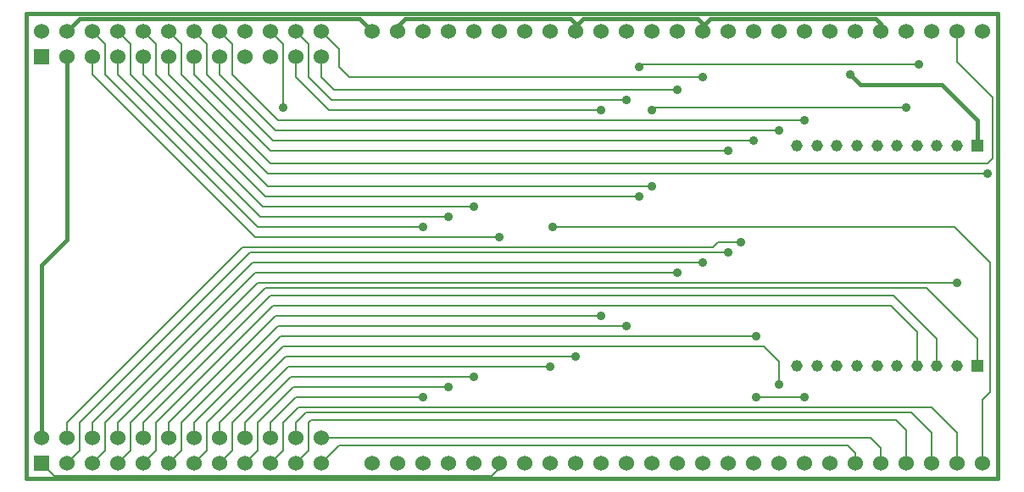
<source format=gtl>
G04 (created by PCBNEW-RS274X (2012-apr-16-27)-stable) date Sun 17 Nov 2013 10:41:53 AM EET*
G01*
G70*
G90*
%MOIN*%
G04 Gerber Fmt 3.4, Leading zero omitted, Abs format*
%FSLAX34Y34*%
G04 APERTURE LIST*
%ADD10C,0.006000*%
%ADD11C,0.015000*%
%ADD12R,0.060000X0.060000*%
%ADD13C,0.060000*%
%ADD14C,0.045300*%
%ADD15R,0.045300X0.045300*%
%ADD16C,0.035000*%
%ADD17C,0.008000*%
%ADD18C,0.016000*%
G04 APERTURE END LIST*
G54D10*
G54D11*
X13400Y-30100D02*
X51600Y-30100D01*
X51600Y-11800D02*
X13400Y-11800D01*
X51600Y-30100D02*
X51600Y-11800D01*
X13400Y-11800D02*
X13400Y-30100D01*
G54D12*
X14000Y-29500D03*
G54D13*
X14000Y-28500D03*
X15000Y-29500D03*
X15000Y-28500D03*
X16000Y-29500D03*
X16000Y-28500D03*
X17000Y-29500D03*
X17000Y-28500D03*
X18000Y-29500D03*
X18000Y-28500D03*
X19000Y-29500D03*
X19000Y-28500D03*
X20000Y-29500D03*
X20000Y-28500D03*
X21000Y-29500D03*
X21000Y-28500D03*
X22000Y-29500D03*
X22000Y-28500D03*
X23000Y-29500D03*
X23000Y-28500D03*
X24000Y-29500D03*
X24000Y-28500D03*
X25000Y-29500D03*
X25000Y-28500D03*
G54D12*
X14000Y-13500D03*
G54D13*
X14000Y-12500D03*
X15000Y-13500D03*
X15000Y-12500D03*
X16000Y-13500D03*
X16000Y-12500D03*
X17000Y-13500D03*
X17000Y-12500D03*
X18000Y-13500D03*
X18000Y-12500D03*
X19000Y-13500D03*
X19000Y-12500D03*
X20000Y-13500D03*
X20000Y-12500D03*
X21000Y-13500D03*
X21000Y-12500D03*
X22000Y-13500D03*
X22000Y-12500D03*
X23000Y-13500D03*
X23000Y-12500D03*
X24000Y-13500D03*
X24000Y-12500D03*
X25000Y-13500D03*
X25000Y-12500D03*
X27000Y-12500D03*
X28000Y-12500D03*
X29000Y-12500D03*
X30000Y-12500D03*
X31000Y-12500D03*
X32000Y-12500D03*
X33000Y-12500D03*
X34000Y-12500D03*
X35000Y-12500D03*
X36000Y-12500D03*
X37000Y-12500D03*
X38000Y-12500D03*
X39000Y-12500D03*
X40000Y-12500D03*
X41000Y-12500D03*
X42000Y-12500D03*
X43000Y-12500D03*
X44000Y-12500D03*
X45000Y-12500D03*
X46000Y-12500D03*
X47000Y-12500D03*
X48000Y-12500D03*
X49000Y-12500D03*
X50000Y-12500D03*
X51000Y-12500D03*
X27000Y-29500D03*
X28000Y-29500D03*
X29000Y-29500D03*
X30000Y-29500D03*
X31000Y-29500D03*
X32000Y-29500D03*
X33000Y-29500D03*
X34000Y-29500D03*
X35000Y-29500D03*
X36000Y-29500D03*
X37000Y-29500D03*
X38000Y-29500D03*
X39000Y-29500D03*
X40000Y-29500D03*
X41000Y-29500D03*
X42000Y-29500D03*
X43000Y-29500D03*
X44000Y-29500D03*
X45000Y-29500D03*
X46000Y-29500D03*
X47000Y-29500D03*
X48000Y-29500D03*
X49000Y-29500D03*
X50000Y-29500D03*
X51000Y-29500D03*
G54D14*
X43701Y-17008D03*
X46850Y-17008D03*
X46063Y-17008D03*
X45275Y-17008D03*
X44488Y-17008D03*
X47638Y-17008D03*
X48425Y-17008D03*
X49213Y-17008D03*
G54D15*
X50787Y-17008D03*
G54D14*
X50000Y-17008D03*
X43701Y-25669D03*
X46850Y-25669D03*
X46063Y-25669D03*
X45275Y-25669D03*
X44488Y-25669D03*
X47638Y-25669D03*
X48425Y-25669D03*
X49213Y-25669D03*
G54D15*
X50787Y-25669D03*
G54D14*
X50000Y-25669D03*
G54D16*
X32000Y-20600D03*
X35000Y-25300D03*
X36000Y-15600D03*
X37000Y-15200D03*
X48500Y-13800D03*
X37500Y-13900D03*
X37500Y-19000D03*
X34000Y-25700D03*
X37000Y-24100D03*
X36000Y-23700D03*
X41000Y-17200D03*
X42000Y-16800D03*
X42000Y-12500D03*
X43000Y-16400D03*
X44000Y-16000D03*
X39000Y-22000D03*
X40000Y-21600D03*
X41000Y-21200D03*
X41500Y-20800D03*
X43000Y-26400D03*
X42100Y-24500D03*
X42100Y-26900D03*
X44000Y-26900D03*
X39000Y-14800D03*
X40000Y-14300D03*
X30000Y-26500D03*
X31000Y-26100D03*
X29000Y-26900D03*
X50000Y-22400D03*
X51200Y-18100D03*
X30000Y-19800D03*
X31000Y-19400D03*
X38000Y-18600D03*
X38000Y-15600D03*
X48000Y-15500D03*
X29000Y-20200D03*
X34100Y-20200D03*
X23500Y-15500D03*
X45800Y-14200D03*
G54D17*
X49000Y-27300D02*
X50000Y-28300D01*
X24100Y-27300D02*
X49000Y-27300D01*
X23500Y-27900D02*
X24100Y-27300D01*
X23500Y-29000D02*
X23500Y-27900D01*
X23000Y-29500D02*
X23500Y-29000D01*
X50000Y-28300D02*
X50000Y-29500D01*
X16000Y-13500D02*
X16000Y-14200D01*
X22400Y-20600D02*
X32000Y-20600D01*
X16000Y-14200D02*
X22400Y-20600D01*
X21000Y-28500D02*
X21000Y-27900D01*
X23600Y-25300D02*
X35000Y-25300D01*
X21000Y-27900D02*
X23600Y-25300D01*
X24000Y-13500D02*
X24000Y-14300D01*
X25300Y-15600D02*
X36000Y-15600D01*
X24000Y-14300D02*
X25300Y-15600D01*
X24500Y-13000D02*
X24500Y-14300D01*
X24000Y-12500D02*
X24500Y-13000D01*
X24500Y-14300D02*
X25400Y-15200D01*
X25400Y-15200D02*
X37000Y-15200D01*
X18000Y-13500D02*
X18000Y-14200D01*
X22800Y-19000D02*
X37500Y-19000D01*
X37600Y-13800D02*
X48500Y-13800D01*
X37500Y-13900D02*
X37600Y-13800D01*
X18000Y-14200D02*
X22800Y-19000D01*
X14500Y-30000D02*
X31700Y-30000D01*
X31700Y-30000D02*
X32000Y-29700D01*
X32000Y-29700D02*
X32000Y-29500D01*
X14000Y-29500D02*
X14500Y-30000D01*
X21000Y-29500D02*
X21500Y-29000D01*
X23700Y-25700D02*
X34000Y-25700D01*
X21500Y-27900D02*
X23700Y-25700D01*
X21500Y-29000D02*
X21500Y-27900D01*
X19000Y-29500D02*
X19500Y-29000D01*
X23300Y-24100D02*
X37000Y-24100D01*
X19500Y-27900D02*
X23300Y-24100D01*
X19500Y-29000D02*
X19500Y-27900D01*
X19000Y-28500D02*
X19000Y-27900D01*
X23200Y-23700D02*
X36000Y-23700D01*
X19000Y-27900D02*
X23200Y-23700D01*
X23000Y-17200D02*
X41000Y-17200D01*
X20000Y-14200D02*
X23000Y-17200D01*
X20000Y-13500D02*
X20000Y-14200D01*
X20500Y-14200D02*
X23100Y-16800D01*
X20500Y-13000D02*
X20500Y-14200D01*
X23100Y-16800D02*
X42000Y-16800D01*
X20000Y-12500D02*
X20500Y-13000D01*
X21000Y-14200D02*
X23200Y-16400D01*
X23200Y-16400D02*
X43000Y-16400D01*
X21000Y-13500D02*
X21000Y-14200D01*
X21500Y-13000D02*
X21500Y-14200D01*
X21500Y-14200D02*
X23300Y-16000D01*
X23300Y-16000D02*
X44000Y-16000D01*
X21000Y-12500D02*
X21500Y-13000D01*
X16500Y-27900D02*
X22400Y-22000D01*
X16500Y-29000D02*
X16500Y-27900D01*
X22400Y-22000D02*
X39000Y-22000D01*
X16000Y-29500D02*
X16500Y-29000D01*
X16000Y-28500D02*
X16000Y-27900D01*
X22300Y-21600D02*
X40000Y-21600D01*
X16000Y-27900D02*
X22300Y-21600D01*
X15000Y-29500D02*
X15500Y-29000D01*
X22200Y-21200D02*
X41000Y-21200D01*
X15500Y-27900D02*
X22200Y-21200D01*
X15500Y-29000D02*
X15500Y-27900D01*
X21900Y-21000D02*
X40400Y-21000D01*
X15000Y-27900D02*
X21900Y-21000D01*
X40400Y-21000D02*
X40600Y-20800D01*
X40600Y-20800D02*
X41500Y-20800D01*
X15000Y-28500D02*
X15000Y-27900D01*
X20000Y-29500D02*
X20500Y-29000D01*
X43000Y-25500D02*
X43000Y-26400D01*
X42400Y-24900D02*
X43000Y-25500D01*
X23500Y-24900D02*
X42400Y-24900D01*
X20500Y-27900D02*
X23500Y-24900D01*
X20500Y-29000D02*
X20500Y-27900D01*
X20000Y-28500D02*
X20000Y-27900D01*
X20000Y-27900D02*
X23400Y-24500D01*
X23400Y-24500D02*
X42100Y-24500D01*
X42100Y-26900D02*
X44000Y-26900D01*
X25500Y-14800D02*
X25000Y-14300D01*
X39000Y-14800D02*
X25500Y-14800D01*
X25000Y-14300D02*
X25000Y-13500D01*
X40000Y-14300D02*
X26100Y-14300D01*
X25700Y-13900D02*
X25700Y-13200D01*
X25700Y-13200D02*
X25000Y-12500D01*
X26100Y-14300D02*
X25700Y-13900D01*
X22000Y-29500D02*
X22500Y-29000D01*
X23900Y-26500D02*
X30000Y-26500D01*
X22500Y-27900D02*
X23900Y-26500D01*
X22500Y-29000D02*
X22500Y-27900D01*
X22000Y-28500D02*
X22000Y-27900D01*
X23800Y-26100D02*
X31000Y-26100D01*
X22000Y-27900D02*
X23800Y-26100D01*
X23000Y-28500D02*
X23000Y-27900D01*
X24000Y-26900D02*
X29000Y-26900D01*
X23000Y-27900D02*
X24000Y-26900D01*
X17000Y-29500D02*
X17500Y-29000D01*
X50787Y-24587D02*
X50787Y-25669D01*
X48800Y-22600D02*
X50787Y-24587D01*
X22800Y-22600D02*
X48800Y-22600D01*
X17500Y-27900D02*
X22800Y-22600D01*
X17500Y-29000D02*
X17500Y-27900D01*
X22500Y-22400D02*
X50000Y-22400D01*
X17000Y-27900D02*
X22500Y-22400D01*
X17000Y-28500D02*
X17000Y-27900D01*
X18000Y-29500D02*
X18500Y-29000D01*
X48425Y-24325D02*
X48425Y-25669D01*
X47400Y-23300D02*
X48425Y-24325D01*
X23100Y-23300D02*
X47400Y-23300D01*
X18500Y-27900D02*
X23100Y-23300D01*
X18500Y-29000D02*
X18500Y-27900D01*
X18000Y-28500D02*
X18000Y-27900D01*
X49213Y-24613D02*
X49213Y-25669D01*
X47500Y-22900D02*
X49213Y-24613D01*
X23000Y-22900D02*
X47500Y-22900D01*
X18000Y-27900D02*
X23000Y-22900D01*
X19000Y-13500D02*
X19000Y-14200D01*
X22900Y-18100D02*
X51200Y-18100D01*
X19000Y-14200D02*
X22900Y-18100D01*
X17000Y-13500D02*
X17000Y-14200D01*
X22600Y-19800D02*
X30000Y-19800D01*
X17000Y-14200D02*
X22600Y-19800D01*
X17500Y-13000D02*
X17500Y-14200D01*
X17500Y-14200D02*
X22700Y-19400D01*
X22700Y-19400D02*
X31000Y-19400D01*
X17000Y-12500D02*
X17500Y-13000D01*
X19500Y-14200D02*
X23000Y-17700D01*
X19500Y-13000D02*
X19500Y-14200D01*
X19000Y-12500D02*
X19500Y-13000D01*
X50000Y-13700D02*
X50000Y-12500D01*
X51200Y-17700D02*
X51400Y-17500D01*
X51400Y-15100D02*
X50000Y-13700D01*
X51400Y-17500D02*
X51400Y-15100D01*
X23000Y-17700D02*
X51200Y-17700D01*
X38000Y-15600D02*
X38100Y-15500D01*
X22900Y-18600D02*
X38000Y-18600D01*
X18500Y-14200D02*
X22900Y-18600D01*
X18500Y-13000D02*
X18500Y-14200D01*
X18000Y-12500D02*
X18500Y-13000D01*
X38100Y-15500D02*
X48000Y-15500D01*
X16500Y-13000D02*
X16500Y-14200D01*
X16500Y-14200D02*
X22500Y-20200D01*
X22500Y-20200D02*
X29000Y-20200D01*
X16000Y-12500D02*
X16500Y-13000D01*
X46000Y-29100D02*
X46000Y-29500D01*
X25000Y-29500D02*
X25700Y-28800D01*
X45700Y-28800D02*
X46000Y-29100D01*
X25700Y-28800D02*
X45700Y-28800D01*
X25000Y-28500D02*
X46600Y-28500D01*
X47000Y-28900D02*
X47000Y-29500D01*
X46600Y-28500D02*
X47000Y-28900D01*
X24000Y-27900D02*
X24400Y-27500D01*
X24000Y-28500D02*
X24000Y-27900D01*
X24400Y-27500D02*
X48200Y-27500D01*
X48200Y-27500D02*
X49000Y-28300D01*
X49000Y-28300D02*
X49000Y-29500D01*
X48000Y-28200D02*
X48000Y-29500D01*
X47600Y-27800D02*
X48000Y-28200D01*
X24500Y-27900D02*
X24600Y-27800D01*
X24600Y-27800D02*
X47600Y-27800D01*
X24500Y-29000D02*
X24500Y-27900D01*
X24000Y-29500D02*
X24500Y-29000D01*
G54D18*
X46800Y-12000D02*
X47000Y-12200D01*
X28300Y-12000D02*
X34800Y-12000D01*
X28000Y-12500D02*
X28000Y-12300D01*
X28000Y-12300D02*
X28300Y-12000D01*
X35000Y-12200D02*
X35000Y-12500D01*
X34800Y-12000D02*
X35000Y-12200D01*
X47000Y-12200D02*
X47000Y-12500D01*
X35000Y-12300D02*
X35300Y-12000D01*
X40300Y-12000D02*
X46800Y-12000D01*
X40000Y-12300D02*
X40300Y-12000D01*
X35300Y-12000D02*
X39800Y-12000D01*
X35000Y-12500D02*
X35000Y-12300D01*
X39800Y-12000D02*
X40000Y-12200D01*
X40000Y-12500D02*
X40000Y-12300D01*
X15000Y-20700D02*
X14000Y-21700D01*
X14000Y-21700D02*
X14000Y-28500D01*
X15000Y-13500D02*
X15000Y-20700D01*
X40000Y-12200D02*
X40000Y-12500D01*
G54D17*
X51300Y-21600D02*
X49900Y-20200D01*
X51000Y-29500D02*
X51000Y-27000D01*
X51300Y-26700D02*
X51300Y-21600D01*
X23500Y-13000D02*
X23000Y-12500D01*
X51000Y-27000D02*
X51300Y-26700D01*
X49900Y-20200D02*
X34100Y-20200D01*
X23500Y-15500D02*
X23500Y-13000D01*
G54D18*
X50787Y-17008D02*
X50787Y-15987D01*
X15500Y-12000D02*
X26500Y-12000D01*
X26500Y-12000D02*
X27000Y-12500D01*
X15000Y-12500D02*
X15500Y-12000D01*
X46200Y-14600D02*
X45800Y-14200D01*
X49400Y-14600D02*
X46200Y-14600D01*
X50787Y-15987D02*
X49400Y-14600D01*
M02*

</source>
